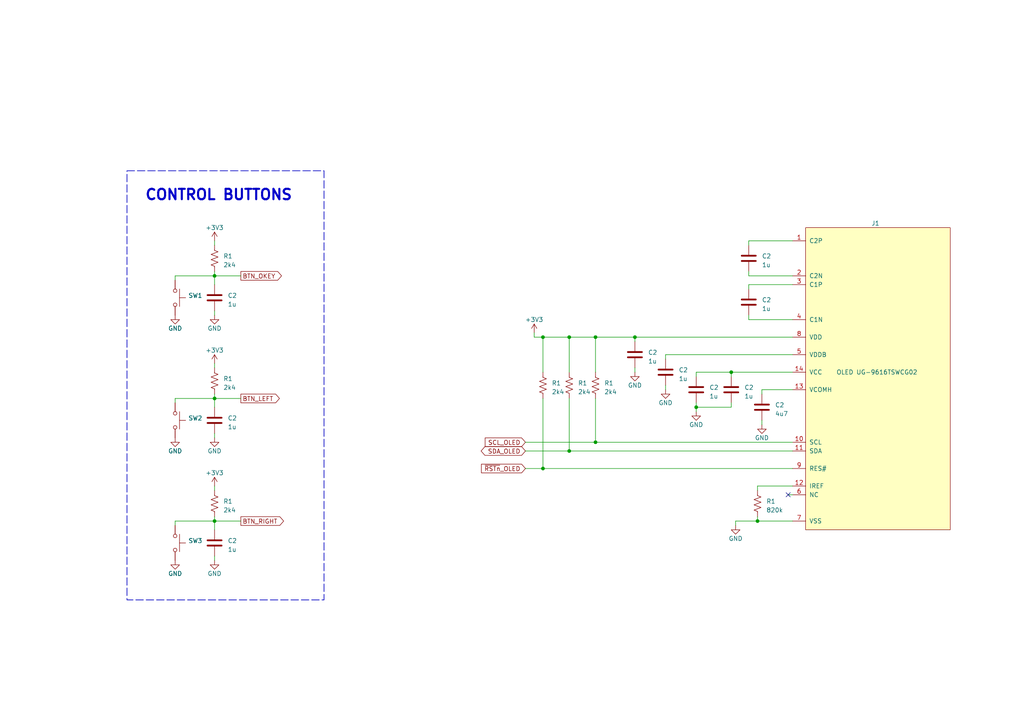
<source format=kicad_sch>
(kicad_sch (version 20230121) (generator eeschema)
  (paper "A4")
  (lib_symbols
    (symbol "Device:C" (pin_numbers hide) (pin_names (offset 0.254))
      (property "Reference" "C" (at 0.635 2.54 0))
      (property "Value" "C" (at 0.635 -2.54 0))
      (symbol "C_0_1"
        (polyline (pts (xy -2.032 -0.762) (xy 2.032 -0.762)) (stroke (width 0.508)))
        (polyline (pts (xy -2.032 0.762) (xy 2.032 0.762)) (stroke (width 0.508)))
      )
      (symbol "C_1_1"
        (pin passive line (at 0 3.81 270) (length 2.794) (name "~") (number "1"))
        (pin passive line (at 0 -3.81 90) (length 2.794) (name "~") (number "2"))
      )
    )
    (symbol "Device:R_US" (pin_numbers hide) (pin_names (offset 0))
      (property "Reference" "R" (at 2.54 0 90))
      (property "Value" "R_US" (at -2.54 0 90))
      (symbol "R_US_0_1"
        (polyline (pts (xy 0 -2.286) (xy 0 -2.54)))
        (polyline (pts (xy 0 2.286) (xy 0 2.54)))
        (polyline (pts (xy 0 -0.762) (xy 1.016 -1.143) (xy 0 -1.524) (xy -1.016 -1.905) (xy 0 -2.286)))
        (polyline (pts (xy 0 0.762) (xy 1.016 0.381) (xy 0 0) (xy -1.016 -0.381) (xy 0 -0.762)))
        (polyline (pts (xy 0 2.286) (xy 1.016 1.905) (xy 0 1.524) (xy -1.016 1.143) (xy 0 0.762)))
      )
      (symbol "R_US_1_1"
        (pin passive line (at 0 3.81 270) (length 1.27) (name "~") (number "1"))
        (pin passive line (at 0 -3.81 90) (length 1.27) (name "~") (number "2"))
      )
    )
    (symbol "Switch:SW_Push" (pin_numbers hide) (pin_names (offset 1.016) hide)
      (property "Reference" "SW" (at 1.27 2.54 0))
      (property "Value" "SW_Push" (at 0 -1.524 0))
      (symbol "SW_Push_0_1"
        (circle (center -2.032 0) (radius 0.508))
        (polyline (pts (xy 0 1.27) (xy 0 3.048)))
        (polyline (pts (xy 2.54 1.27) (xy -2.54 1.27)))
        (circle (center 2.032 0) (radius 0.508))
        (pin passive line (at -5.08 0 0) (length 2.54) (name "1") (number "1"))
        (pin passive line (at 5.08 0 180) (length 2.54) (name "2") (number "2"))
      )
    )
    (symbol "Symbols:Screen Connector" (pin_names (offset 1.016))
      (property "Reference" "J" (at 0 44.45 0))
      (property "Value" "OLED UG-9616TSWCG02" (at 0 2.54 90))
      (symbol "Screen Connector_1_1"
        (rectangle (start -20.32 41.91) (end 21.59 -45.72) (fill (type background)))
        (pin passive line (at -24.13 38.1 0) (length 3.81) (name "C2P") (number "1"))
        (pin passive line (at -24.13 -20.32 0) (length 3.81) (name "SCL") (number "10"))
        (pin passive line (at -24.13 -22.86 0) (length 3.81) (name "SDA") (number "11"))
        (pin passive line (at -24.13 -33.02 0) (length 3.81) (name "IREF") (number "12"))
        (pin passive line (at -24.13 -5.08 0) (length 3.81) (name "VCOMH") (number "13"))
        (pin power_in line (at -24.13 0 0) (length 3.81) (name "VCC") (number "14"))
        (pin passive line (at -24.13 27.94 0) (length 3.81) (name "C2N") (number "2"))
        (pin passive line (at -24.13 25.4 0) (length 3.81) (name "C1P") (number "3"))
        (pin passive line (at -24.13 15.24 0) (length 3.81) (name "C1N") (number "4"))
        (pin power_in line (at -24.13 5.08 0) (length 3.81) (name "VDDB") (number "5"))
        (pin passive line (at -24.13 -35.56 0) (length 3.81) (name "NC") (number "6"))
        (pin power_in line (at -24.13 -43.18 0) (length 3.81) (name "VSS") (number "7"))
        (pin power_in line (at -24.13 10.16 0) (length 3.81) (name "VDD") (number "8"))
        (pin passive line (at -24.13 -27.94 0) (length 3.81) (name "RES#") (number "9"))
      )
    )
    (symbol "power:+3V3" (power) (pin_names (offset 0))
      (property "Value" "+3V3" (at 0 3.556 0))
      (symbol "+3V3_0_1"
        (polyline (pts (xy -0.762 1.27) (xy 0 2.54)))
        (polyline (pts (xy 0 0) (xy 0 2.54)))
        (polyline (pts (xy 0 2.54) (xy 0.762 1.27)))
      )
      (symbol "+3V3_1_1"
        (pin power_in line (at 0 0 90) (length 0) hide (name "+3V3") (number "1"))
      )
    )
    (symbol "power:GND" (power) (pin_names (offset 0))
      (property "Value" "GND" (at 0 -3.81 0))
      (symbol "GND_0_1"
        (polyline (pts (xy 0 0) (xy 0 -1.27) (xy 1.27 -1.27) (xy 0 -2.54) (xy -1.27 -1.27) (xy 0 -1.27)))
      )
      (symbol "GND_1_1"
        (pin power_in line (at 0 0 270) (length 0) hide (name "GND") (number "1"))
      )
    )
  )
  (junction (at 172.72 128.27))
  (junction (at 62.23 80.01))
  (junction (at 165.1 97.79))
  (junction (at 184.15 97.79))
  (junction (at 201.93 118.11))
  (junction (at 62.23 151.13))
  (junction (at 157.48 135.89))
  (junction (at 62.23 115.57))
  (junction (at 219.71 151.13))
  (junction (at 172.72 97.79))
  (junction (at 165.1 130.81))
  (junction (at 157.48 97.79))
  (junction (at 212.09 107.95))
  (no_connect (at 228.6 143.51))
  (wire (pts (xy 212.09 109.22) (xy 212.09 107.95)))
  (wire (pts (xy 62.23 125.73) (xy 62.23 127)))
  (wire (pts (xy 201.93 118.11) (xy 201.93 119.38)))
  (wire (pts (xy 217.17 92.71) (xy 229.87 92.71)))
  (wire (pts (xy 213.36 151.13) (xy 219.71 151.13)))
  (wire (pts (xy 228.6 143.51) (xy 229.87 143.51)))
  (wire (pts (xy 62.23 80.01) (xy 50.8 80.01)))
  (wire (pts (xy 193.04 102.87) (xy 193.04 104.14)))
  (wire (pts (xy 172.72 97.79) (xy 172.72 107.95)))
  (wire (pts (xy 217.17 80.01) (xy 229.87 80.01)))
  (wire (pts (xy 213.36 152.4) (xy 213.36 151.13)))
  (wire (pts (xy 50.8 151.13) (xy 50.8 152.4)))
  (wire (pts (xy 201.93 118.11) (xy 212.09 118.11)))
  (wire (pts (xy 152.4 128.27) (xy 172.72 128.27)))
  (wire (pts (xy 157.48 135.89) (xy 229.87 135.89)))
  (wire (pts (xy 154.94 97.79) (xy 157.48 97.79)))
  (wire (pts (xy 62.23 105.41) (xy 62.23 106.68)))
  (wire (pts (xy 62.23 80.01) (xy 62.23 82.55)))
  (wire (pts (xy 220.98 121.92) (xy 220.98 123.19)))
  (wire (pts (xy 62.23 151.13) (xy 69.85 151.13)))
  (wire (pts (xy 193.04 111.76) (xy 193.04 113.03)))
  (wire (pts (xy 217.17 69.85) (xy 217.17 71.12)))
  (wire (pts (xy 172.72 97.79) (xy 184.15 97.79)))
  (wire (pts (xy 154.94 96.52) (xy 154.94 97.79)))
  (wire (pts (xy 212.09 107.95) (xy 229.87 107.95)))
  (wire (pts (xy 229.87 69.85) (xy 217.17 69.85)))
  (wire (pts (xy 219.71 151.13) (xy 229.87 151.13)))
  (wire (pts (xy 219.71 149.86) (xy 219.71 151.13)))
  (wire (pts (xy 219.71 142.24) (xy 219.71 140.97)))
  (wire (pts (xy 219.71 140.97) (xy 229.87 140.97)))
  (wire (pts (xy 220.98 113.03) (xy 220.98 114.3)))
  (wire (pts (xy 62.23 90.17) (xy 62.23 91.44)))
  (wire (pts (xy 157.48 97.79) (xy 165.1 97.79)))
  (wire (pts (xy 184.15 106.68) (xy 184.15 107.95)))
  (wire (pts (xy 201.93 107.95) (xy 212.09 107.95)))
  (wire (pts (xy 62.23 115.57) (xy 62.23 118.11)))
  (wire (pts (xy 62.23 161.29) (xy 62.23 162.56)))
  (wire (pts (xy 62.23 80.01) (xy 69.85 80.01)))
  (wire (pts (xy 165.1 97.79) (xy 165.1 107.95)))
  (wire (pts (xy 62.23 140.97) (xy 62.23 142.24)))
  (wire (pts (xy 217.17 82.55) (xy 217.17 83.82)))
  (wire (pts (xy 157.48 115.57) (xy 157.48 135.89)))
  (wire (pts (xy 229.87 82.55) (xy 217.17 82.55)))
  (wire (pts (xy 201.93 116.84) (xy 201.93 118.11)))
  (wire (pts (xy 62.23 114.3) (xy 62.23 115.57)))
  (wire (pts (xy 50.8 115.57) (xy 50.8 116.84)))
  (wire (pts (xy 229.87 130.81) (xy 165.1 130.81)))
  (wire (pts (xy 217.17 78.74) (xy 217.17 80.01)))
  (wire (pts (xy 184.15 97.79) (xy 229.87 97.79)))
  (wire (pts (xy 157.48 97.79) (xy 157.48 107.95)))
  (wire (pts (xy 152.4 130.81) (xy 165.1 130.81)))
  (wire (pts (xy 229.87 102.87) (xy 193.04 102.87)))
  (wire (pts (xy 50.8 80.01) (xy 50.8 81.28)))
  (wire (pts (xy 62.23 151.13) (xy 62.23 153.67)))
  (wire (pts (xy 165.1 97.79) (xy 172.72 97.79)))
  (wire (pts (xy 62.23 78.74) (xy 62.23 80.01)))
  (wire (pts (xy 62.23 69.85) (xy 62.23 71.12)))
  (wire (pts (xy 62.23 115.57) (xy 69.85 115.57)))
  (wire (pts (xy 62.23 151.13) (xy 50.8 151.13)))
  (wire (pts (xy 172.72 128.27) (xy 229.87 128.27)))
  (wire (pts (xy 165.1 115.57) (xy 165.1 130.81)))
  (wire (pts (xy 220.98 113.03) (xy 229.87 113.03)))
  (wire (pts (xy 212.09 118.11) (xy 212.09 116.84)))
  (wire (pts (xy 217.17 91.44) (xy 217.17 92.71)))
  (wire (pts (xy 62.23 115.57) (xy 50.8 115.57)))
  (wire (pts (xy 172.72 115.57) (xy 172.72 128.27)))
  (wire (pts (xy 152.4 135.89) (xy 157.48 135.89)))
  (wire (pts (xy 201.93 109.22) (xy 201.93 107.95)))
  (wire (pts (xy 62.23 149.86) (xy 62.23 151.13)))
  (wire (pts (xy 184.15 97.79) (xy 184.15 99.06)))
  (rectangle (start 36.83 49.53) (end 93.98 173.99) (stroke (width 0.2) (type dash)))
  (text "CONTROL BUTTONS" (at 41.91 58.42 0) (effects (font (size 3 3) (thickness 0.6) bold) (justify left bottom)))
  (global_label "BTN_OKEY" (shape output) (at 69.85 80.01 0) (property "Intersheetrefs" "${INTERSHEET_REFS}" (effects hide)))
  (global_label "~{RSTn}_OLED" (shape input) (at 152.4 135.89 180) (property "Intersheetrefs" "${INTERSHEET_REFS}" (effects hide)))
  (global_label "BTN_LEFT" (shape output) (at 69.85 115.57 0) (property "Intersheetrefs" "${INTERSHEET_REFS}" (effects hide)))
  (global_label "SDA_OLED" (shape bidirectional) (at 152.4 130.81 180) (property "Intersheetrefs" "${INTERSHEET_REFS}" (effects hide)))
  (global_label "BTN_RIGHT" (shape output) (at 69.85 151.13 0) (property "Intersheetrefs" "${INTERSHEET_REFS}" (effects hide)))
  (global_label "SCL_OLED" (shape input) (at 152.4 128.27 180) (property "Intersheetrefs" "${INTERSHEET_REFS}" (effects hide)))
  (symbol (lib_id "power:+3V3") (at 62.23 105.41 0) (unit 1)
    (property "Reference" "#PWR015" (effects hide))
    (property "Value" "+3V3" (at 62.23 101.6 0))
    (instances (project "HotPlate" (path "" (reference "#PWR015") (unit 1)) (path "" (reference "#PWR032") (unit 1))))
  )
  (symbol (lib_id "Symbols:Screen Connector") (at 254 107.95 0) (unit 1)
    (property "Reference" "J1" (at 252.73 64.77 0) (effects (justify left)))
    (property "Value" "OLED UG-9616TSWCG02" (at 242.57 107.95 0) (effects (justify left)))
    (property "Footprint" "Footprints:UG-9616TSWCG02" (effects hide))
    (property "Datasheet" "https://datasheet.lcsc.com/lcsc/1810010328_UG-Univision-Semicon-UG-9616TSWCG02_C88335.pdf" (effects hide))
  )
  (symbol (lib_id "power:+3V3") (at 62.23 69.85 0) (unit 1)
    (property "Reference" "#PWR015" (effects hide))
    (property "Value" "+3V3" (at 62.23 66.04 0))
    (instances (project "HotPlate" (path "" (reference "#PWR015") (unit 1)) (path "" (reference "#PWR022") (unit 1))))
  )
  (symbol (lib_id "Device:C") (at 201.93 113.03 0) (unit 1)
    (property "Reference" "C2" (at 205.74 112.395 0) (effects (justify left)))
    (property "Value" "1u" (at 205.74 114.935 0) (effects (justify left)))
    (property "Footprint" "Capacitor_SMD:C_0603_1608Metric_Pad1.08x0.95mm_HandSolder" (effects hide))
    (instances (project "HotPlate" (path "" (reference "C2") (unit 1)) (path "" (reference "C17") (unit 1))))
  )
  (symbol (lib_id "Device:C") (at 62.23 121.92 0) (unit 1)
    (property "Reference" "C2" (at 66.04 121.285 0) (effects (justify left)))
    (property "Value" "1u" (at 66.04 123.825 0) (effects (justify left)))
    (property "Footprint" "Capacitor_SMD:C_0603_1608Metric_Pad1.08x0.95mm_HandSolder" (effects hide))
    (instances (project "HotPlate" (path "" (reference "C2") (unit 1)) (path "" (reference "C18") (unit 1))))
  )
  (symbol (lib_id "Switch:SW_Push") (at 50.8 157.48 270) (unit 1)
    (property "Reference" "SW3" (at 54.61 156.845 90) (effects (justify left)))
    (property "Value" "SW_Push" (effects hide))
  )
  (symbol (lib_id "power:+3V3") (at 62.23 140.97 0) (unit 1)
    (property "Reference" "#PWR015" (effects hide))
    (property "Value" "+3V3" (at 62.23 137.16 0))
    (instances (project "HotPlate" (path "" (reference "#PWR015") (unit 1)) (path "" (reference "#PWR035") (unit 1))))
  )
  (symbol (lib_id "power:GND") (at 50.8 162.56 0) (unit 1)
    (property "Reference" "#PWR013" (effects hide))
    (property "Value" "GND" (at 50.8 166.37 0))
    (instances (project "HotPlate" (path "" (reference "#PWR013") (unit 1)) (path "" (reference "#PWR034") (unit 1))))
  )
  (symbol (lib_id "Switch:SW_Push") (at 50.8 86.36 270) (unit 1)
    (property "Reference" "SW1" (at 54.61 85.725 90) (effects (justify left)))
    (property "Value" "SW_Push" (effects hide))
  )
  (symbol (lib_id "power:GND") (at 50.8 127 0) (unit 1)
    (property "Reference" "#PWR013" (effects hide))
    (property "Value" "GND" (at 50.8 130.81 0))
    (instances (project "HotPlate" (path "" (reference "#PWR013") (unit 1)) (path "" (reference "#PWR031") (unit 1))))
  )
  (symbol (lib_id "Device:C") (at 217.17 87.63 0) (unit 1)
    (property "Reference" "C2" (at 220.98 86.995 0) (effects (justify left)))
    (property "Value" "1u" (at 220.98 89.535 0) (effects (justify left)))
    (property "Footprint" "Capacitor_SMD:C_0603_1608Metric_Pad1.08x0.95mm_HandSolder" (effects hide))
    (instances (project "HotPlate" (path "" (reference "C2") (unit 1)) (path "" (reference "C14") (unit 1))))
  )
  (symbol (lib_id "power:GND") (at 50.8 91.44 0) (unit 1)
    (property "Reference" "#PWR013" (effects hide))
    (property "Value" "GND" (at 50.8 95.25 0))
    (instances (project "HotPlate" (path "" (reference "#PWR013") (unit 1)) (path "" (reference "#PWR030") (unit 1))))
  )
  (symbol (lib_id "power:GND") (at 213.36 152.4 0) (unit 1)
    (property "Reference" "#PWR013" (effects hide))
    (property "Value" "GND" (at 213.36 156.21 0))
    (instances (project "HotPlate" (path "" (reference "#PWR013") (unit 1)) (path "" (reference "#PWR023") (unit 1))))
  )
  (symbol (lib_id "Device:R_US") (at 165.1 111.76 0) (unit 1)
    (property "Reference" "R1" (at 167.64 111.125 0) (effects (justify left)))
    (property "Value" "2k4" (at 167.64 113.665 0) (effects (justify left)))
    (property "Footprint" "Resistor_SMD:R_0603_1608Metric_Pad0.98x0.95mm_HandSolder" (effects hide))
    (instances (project "HotPlate" (path "" (reference "R1") (unit 1)) (path "" (reference "R18") (unit 1))))
  )
  (symbol (lib_id "Device:R_US") (at 62.23 146.05 0) (unit 1)
    (property "Reference" "R1" (at 64.77 145.415 0) (effects (justify left)))
    (property "Value" "2k4" (at 64.77 147.955 0) (effects (justify left)))
    (property "Footprint" "Resistor_SMD:R_0603_1608Metric_Pad0.98x0.95mm_HandSolder" (effects hide))
    (instances (project "HotPlate" (path "" (reference "R1") (unit 1)) (path "" (reference "R23") (unit 1))))
  )
  (symbol (lib_id "Device:R_US") (at 172.72 111.76 0) (unit 1)
    (property "Reference" "R1" (at 175.26 111.125 0) (effects (justify left)))
    (property "Value" "2k4" (at 175.26 113.665 0) (effects (justify left)))
    (property "Footprint" "Resistor_SMD:R_0603_1608Metric_Pad0.98x0.95mm_HandSolder" (effects hide))
    (instances (project "HotPlate" (path "" (reference "R1") (unit 1)) (path "" (reference "R17") (unit 1))))
  )
  (symbol (lib_id "power:+3V3") (at 154.94 96.52 0) (unit 1)
    (property "Reference" "#PWR015" (effects hide))
    (property "Value" "+3V3" (at 154.94 92.71 0))
    (instances (project "HotPlate" (path "" (reference "#PWR015") (unit 1)) (path "" (reference "#PWR024") (unit 1))))
  )
  (symbol (lib_id "power:GND") (at 220.98 123.19 0) (unit 1)
    (property "Reference" "#PWR013" (effects hide))
    (property "Value" "GND" (at 220.98 127 0))
    (instances (project "HotPlate" (path "" (reference "#PWR013") (unit 1)) (path "" (reference "#PWR027") (unit 1))))
  )
  (symbol (lib_id "power:GND") (at 201.93 119.38 0) (unit 1)
    (property "Reference" "#PWR013" (effects hide))
    (property "Value" "GND" (at 201.93 123.19 0))
    (instances (project "HotPlate" (path "" (reference "#PWR013") (unit 1)) (path "" (reference "#PWR026") (unit 1))))
  )
  (symbol (lib_id "power:GND") (at 62.23 127 0) (unit 1)
    (property "Reference" "#PWR013" (effects hide))
    (property "Value" "GND" (at 62.23 130.81 0))
    (instances (project "HotPlate" (path "" (reference "#PWR013") (unit 1)) (path "" (reference "#PWR033") (unit 1))))
  )
  (symbol (lib_id "Device:C") (at 62.23 157.48 0) (unit 1)
    (property "Reference" "C2" (at 66.04 156.845 0) (effects (justify left)))
    (property "Value" "1u" (at 66.04 159.385 0) (effects (justify left)))
    (property "Footprint" "Capacitor_SMD:C_0603_1608Metric_Pad1.08x0.95mm_HandSolder" (effects hide))
    (instances (project "HotPlate" (path "" (reference "C2") (unit 1)) (path "" (reference "C19") (unit 1))))
  )
  (symbol (lib_id "power:GND") (at 193.04 113.03 0) (unit 1)
    (property "Reference" "#PWR013" (effects hide))
    (property "Value" "GND" (at 193.04 116.84 0))
    (instances (project "HotPlate" (path "" (reference "#PWR013") (unit 1)) (path "" (reference "#PWR028") (unit 1))))
  )
  (symbol (lib_id "Device:C") (at 193.04 107.95 0) (unit 1)
    (property "Reference" "C2" (at 196.85 107.315 0) (effects (justify left)))
    (property "Value" "1u" (at 196.85 109.855 0) (effects (justify left)))
    (property "Footprint" "Capacitor_SMD:C_0603_1608Metric_Pad1.08x0.95mm_HandSolder" (effects hide))
    (instances (project "HotPlate" (path "" (reference "C2") (unit 1)) (path "" (reference "C16") (unit 1))))
  )
  (symbol (lib_id "Switch:SW_Push") (at 50.8 121.92 270) (unit 1)
    (property "Reference" "SW2" (at 54.61 121.285 90) (effects (justify left)))
    (property "Value" "SW_Push" (effects hide))
  )
  (symbol (lib_id "Device:C") (at 212.09 113.03 0) (unit 1)
    (property "Reference" "C2" (at 215.9 112.395 0) (effects (justify left)))
    (property "Value" "1u" (at 215.9 114.935 0) (effects (justify left)))
    (property "Footprint" "Capacitor_SMD:C_0603_1608Metric_Pad1.08x0.95mm_HandSolder" (effects hide))
    (instances (project "HotPlate" (path "" (reference "C2") (unit 1)) (path "" (reference "C12") (unit 1))))
  )
  (symbol (lib_id "power:GND") (at 184.15 107.95 0) (unit 1)
    (property "Reference" "#PWR013" (effects hide))
    (property "Value" "GND" (at 184.15 111.76 0))
    (instances (project "HotPlate" (path "" (reference "#PWR013") (unit 1)) (path "" (reference "#PWR025") (unit 1))))
  )
  (symbol (lib_id "Device:R_US") (at 62.23 74.93 0) (unit 1)
    (property "Reference" "R1" (at 64.77 74.295 0) (effects (justify left)))
    (property "Value" "2k4" (at 64.77 76.835 0) (effects (justify left)))
    (property "Footprint" "Resistor_SMD:R_0603_1608Metric_Pad0.98x0.95mm_HandSolder" (effects hide))
    (instances (project "HotPlate" (path "" (reference "R1") (unit 1)) (path "" (reference "R21") (unit 1))))
  )
  (symbol (lib_id "Device:R_US") (at 219.71 146.05 0) (unit 1)
    (property "Reference" "R1" (at 222.25 145.415 0) (effects (justify left)))
    (property "Value" "820k" (at 222.25 147.955 0) (effects (justify left)))
    (property "Footprint" "Resistor_SMD:R_0603_1608Metric_Pad0.98x0.95mm_HandSolder" (effects hide))
    (instances (project "HotPlate" (path "" (reference "R1") (unit 1)) (path "" (reference "R20") (unit 1))))
  )
  (symbol (lib_id "Device:C") (at 217.17 74.93 0) (unit 1)
    (property "Reference" "C2" (at 220.98 74.295 0) (effects (justify left)))
    (property "Value" "1u" (at 220.98 76.835 0) (effects (justify left)))
    (property "Footprint" "Capacitor_SMD:C_0603_1608Metric_Pad1.08x0.95mm_HandSolder" (effects hide))
    (instances (project "HotPlate" (path "" (reference "C2") (unit 1)) (path "" (reference "C13") (unit 1))))
  )
  (symbol (lib_id "Device:C") (at 62.23 86.36 0) (unit 1)
    (property "Reference" "C2" (at 66.04 85.725 0) (effects (justify left)))
    (property "Value" "1u" (at 66.04 88.265 0) (effects (justify left)))
    (property "Footprint" "Capacitor_SMD:C_0603_1608Metric_Pad1.08x0.95mm_HandSolder" (effects hide))
    (instances (project "HotPlate" (path "" (reference "C2") (unit 1)) (path "" (reference "C10") (unit 1))))
  )
  (symbol (lib_id "Device:R_US") (at 157.48 111.76 0) (unit 1)
    (property "Reference" "R1" (at 160.02 111.125 0) (effects (justify left)))
    (property "Value" "2k4" (at 160.02 113.665 0) (effects (justify left)))
    (property "Footprint" "Resistor_SMD:R_0603_1608Metric_Pad0.98x0.95mm_HandSolder" (effects hide))
    (instances (project "HotPlate" (path "" (reference "R1") (unit 1)) (path "" (reference "R19") (unit 1))))
  )
  (symbol (lib_id "Device:R_US") (at 62.23 110.49 0) (unit 1)
    (property "Reference" "R1" (at 64.77 109.855 0) (effects (justify left)))
    (property "Value" "2k4" (at 64.77 112.395 0) (effects (justify left)))
    (property "Footprint" "Resistor_SMD:R_0603_1608Metric_Pad0.98x0.95mm_HandSolder" (effects hide))
    (instances (project "HotPlate" (path "" (reference "R1") (unit 1)) (path "" (reference "R22") (unit 1))))
  )
  (symbol (lib_id "power:GND") (at 62.23 91.44 0) (unit 1)
    (property "Reference" "#PWR013" (effects hide))
    (property "Value" "GND" (at 62.23 95.25 0))
    (instances (project "HotPlate" (path "" (reference "#PWR013") (unit 1)) (path "" (reference "#PWR029") (unit 1))))
  )
  (symbol (lib_id "Device:C") (at 220.98 118.11 0) (unit 1)
    (property "Reference" "C2" (at 224.79 117.475 0) (effects (justify left)))
    (property "Value" "4u7" (at 224.79 120.015 0) (effects (justify left)))
    (property "Footprint" "Capacitor_SMD:C_0603_1608Metric_Pad1.08x0.95mm_HandSolder" (effects hide))
    (instances (project "HotPlate" (path "" (reference "C2") (unit 1)) (path "" (reference "C11") (unit 1))))
  )
  (symbol (lib_id "Device:C") (at 184.15 102.87 0) (unit 1)
    (property "Reference" "C2" (at 187.96 102.235 0) (effects (justify left)))
    (property "Value" "1u" (at 187.96 104.775 0) (effects (justify left)))
    (property "Footprint" "Capacitor_SMD:C_0603_1608Metric_Pad1.08x0.95mm_HandSolder" (effects hide))
    (instances (project "HotPlate" (path "" (reference "C2") (unit 1)) (path "" (reference "C15") (unit 1))))
  )
  (symbol (lib_id "power:GND") (at 62.23 162.56 0) (unit 1)
    (property "Reference" "#PWR013" (effects hide))
    (property "Value" "GND" (at 62.23 166.37 0))
    (instances (project "HotPlate" (path "" (reference "#PWR013") (unit 1)) (path "" (reference "#PWR036") (unit 1))))
  )
)
</source>
